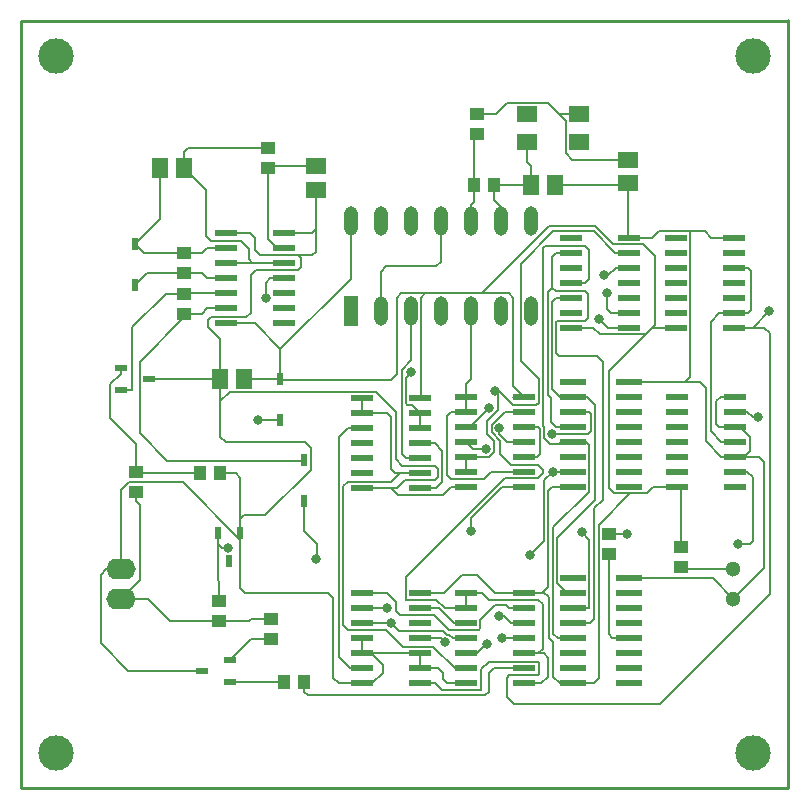
<source format=gtl>
G04*
G04 #@! TF.GenerationSoftware,Altium Limited,Altium Designer,18.0.11 (651)*
G04*
G04 Layer_Physical_Order=1*
G04 Layer_Color=255*
%FSLAX42Y42*%
%MOMM*%
G71*
G01*
G75*
%ADD10R,1.98X0.56*%
%ADD11R,1.00X0.60*%
%ADD12R,0.60X1.11*%
%ADD13R,1.19X1.02*%
%ADD14R,0.60X1.00*%
%ADD15R,1.70X1.35*%
%ADD16R,1.80X1.40*%
%ADD17R,1.02X1.19*%
%ADD18R,1.35X1.70*%
%ADD19R,2.18X0.56*%
%ADD20C,0.20*%
%ADD21C,0.25*%
%ADD22R,1.20X2.50*%
%ADD23O,1.20X2.50*%
%ADD24C,1.30*%
%ADD25O,2.50X1.75*%
%ADD26C,0.80*%
%ADD27C,3.00*%
D10*
X5545Y3899D02*
D03*
Y4026D02*
D03*
Y4153D02*
D03*
Y4280D02*
D03*
Y4407D02*
D03*
Y4534D02*
D03*
Y4661D02*
D03*
X6038D02*
D03*
Y4534D02*
D03*
Y4407D02*
D03*
Y4280D02*
D03*
Y4153D02*
D03*
Y4026D02*
D03*
Y3899D02*
D03*
X2891Y3302D02*
D03*
Y3175D02*
D03*
Y3048D02*
D03*
Y2921D02*
D03*
Y2794D02*
D03*
Y2667D02*
D03*
Y2540D02*
D03*
X3383D02*
D03*
Y2667D02*
D03*
Y2794D02*
D03*
Y2921D02*
D03*
Y3048D02*
D03*
Y3175D02*
D03*
Y3302D02*
D03*
X5149Y3899D02*
D03*
Y4026D02*
D03*
Y4153D02*
D03*
Y4280D02*
D03*
Y4407D02*
D03*
Y4534D02*
D03*
Y4661D02*
D03*
X4656D02*
D03*
Y4534D02*
D03*
Y4407D02*
D03*
Y4280D02*
D03*
Y4153D02*
D03*
Y4026D02*
D03*
Y3899D02*
D03*
X5558Y2553D02*
D03*
Y2680D02*
D03*
Y2807D02*
D03*
Y2934D02*
D03*
Y3061D02*
D03*
Y3188D02*
D03*
Y3315D02*
D03*
X6050D02*
D03*
Y3188D02*
D03*
Y3061D02*
D03*
Y2934D02*
D03*
Y2807D02*
D03*
Y2680D02*
D03*
Y2553D02*
D03*
X3383Y1651D02*
D03*
Y1524D02*
D03*
Y1397D02*
D03*
Y1270D02*
D03*
Y1143D02*
D03*
Y1016D02*
D03*
Y889D02*
D03*
X2891D02*
D03*
Y1016D02*
D03*
Y1143D02*
D03*
Y1270D02*
D03*
Y1397D02*
D03*
Y1524D02*
D03*
Y1651D02*
D03*
X4260D02*
D03*
Y1524D02*
D03*
Y1397D02*
D03*
Y1270D02*
D03*
Y1143D02*
D03*
Y1016D02*
D03*
Y889D02*
D03*
X3767D02*
D03*
Y1016D02*
D03*
Y1143D02*
D03*
Y1270D02*
D03*
Y1397D02*
D03*
Y1524D02*
D03*
Y1651D02*
D03*
X4260Y3315D02*
D03*
Y3188D02*
D03*
Y3061D02*
D03*
Y2934D02*
D03*
Y2807D02*
D03*
Y2680D02*
D03*
Y2553D02*
D03*
X3767D02*
D03*
Y2680D02*
D03*
Y2807D02*
D03*
Y2934D02*
D03*
Y3061D02*
D03*
Y3188D02*
D03*
Y3315D02*
D03*
X2228Y3937D02*
D03*
Y4064D02*
D03*
Y4191D02*
D03*
Y4318D02*
D03*
Y4445D02*
D03*
Y4572D02*
D03*
Y4699D02*
D03*
X1735D02*
D03*
Y4572D02*
D03*
Y4445D02*
D03*
Y4318D02*
D03*
Y4191D02*
D03*
Y4064D02*
D03*
Y3937D02*
D03*
D11*
X1085Y3467D02*
D03*
X845Y3372D02*
D03*
Y3562D02*
D03*
X1771Y896D02*
D03*
Y1086D02*
D03*
X1531Y991D02*
D03*
D12*
X2400Y2431D02*
D03*
Y2776D02*
D03*
X965Y4605D02*
D03*
Y4260D02*
D03*
X2197Y3117D02*
D03*
Y3462D02*
D03*
D13*
X1676Y1584D02*
D03*
Y1414D02*
D03*
X2121Y1265D02*
D03*
Y1435D02*
D03*
X3861Y5541D02*
D03*
Y5711D02*
D03*
X1384Y4530D02*
D03*
Y4360D02*
D03*
Y4187D02*
D03*
Y4017D02*
D03*
X978Y2676D02*
D03*
Y2506D02*
D03*
X4978Y2155D02*
D03*
Y1985D02*
D03*
X5588Y1871D02*
D03*
Y2041D02*
D03*
X2095Y5253D02*
D03*
Y5423D02*
D03*
D14*
X1765Y1925D02*
D03*
X1670Y2165D02*
D03*
X1860D02*
D03*
D15*
X2502Y5069D02*
D03*
Y5269D02*
D03*
X5144Y5121D02*
D03*
Y5321D02*
D03*
D16*
X4289Y5707D02*
D03*
X4728D02*
D03*
Y5469D02*
D03*
X4289D02*
D03*
D17*
X3839Y5105D02*
D03*
X4009D02*
D03*
X2226Y902D02*
D03*
X2396D02*
D03*
X1515Y2667D02*
D03*
X1685D02*
D03*
D18*
X1891Y3467D02*
D03*
X1691D02*
D03*
X4320Y5105D02*
D03*
X4520D02*
D03*
X1383Y5251D02*
D03*
X1183D02*
D03*
D19*
X5151Y2553D02*
D03*
Y2680D02*
D03*
Y2807D02*
D03*
Y2934D02*
D03*
Y3061D02*
D03*
Y3188D02*
D03*
Y3315D02*
D03*
Y3442D02*
D03*
X4679D02*
D03*
Y3315D02*
D03*
Y3188D02*
D03*
Y3061D02*
D03*
Y2934D02*
D03*
Y2807D02*
D03*
Y2680D02*
D03*
Y2553D02*
D03*
X5151Y889D02*
D03*
Y1016D02*
D03*
Y1143D02*
D03*
Y1270D02*
D03*
Y1397D02*
D03*
Y1524D02*
D03*
Y1651D02*
D03*
Y1778D02*
D03*
X4679D02*
D03*
Y1651D02*
D03*
Y1524D02*
D03*
Y1397D02*
D03*
Y1270D02*
D03*
Y1143D02*
D03*
Y1016D02*
D03*
Y889D02*
D03*
D20*
X3810Y3467D02*
Y4039D01*
X3767Y3424D02*
X3810Y3467D01*
X3767Y3315D02*
Y3424D01*
Y3995D02*
X3810Y4039D01*
X4483Y2913D02*
X4559D01*
X4431Y2965D02*
X4483Y2913D01*
X4559D02*
X4579Y2934D01*
X4679D01*
X4431Y2965D02*
Y3057D01*
X4425Y3063D02*
X4431Y3057D01*
X4679Y2934D02*
X4788D01*
X4425Y3063D02*
Y4575D01*
X3951Y2996D02*
X4006Y2942D01*
Y2847D02*
Y2942D01*
X4060Y2828D02*
Y2944D01*
X3986Y3018D02*
X4060Y2944D01*
Y2828D02*
X4153Y2736D01*
X3767Y3061D02*
X3802D01*
X6293Y3899D02*
X6340Y3852D01*
Y1646D02*
Y3852D01*
X5410Y716D02*
X6340Y1646D01*
X6200Y3140D02*
X6240D01*
X6152Y3188D02*
X6200Y3140D01*
X5909Y3061D02*
X6050D01*
X5890Y3080D02*
X5909Y3061D01*
X5890Y3080D02*
Y3280D01*
X5925Y3315D01*
X6050D01*
X1373Y2591D02*
X1860Y2103D01*
X6050Y3188D02*
X6152D01*
X5840Y3950D02*
X5916Y4026D01*
X5840Y3022D02*
Y3950D01*
Y3022D02*
X5928Y2934D01*
X5800Y2938D02*
Y3392D01*
X5750Y3442D02*
X5800Y3392D01*
Y2938D02*
X5931Y2807D01*
X5588Y2041D02*
Y2553D01*
X2197Y3459D02*
X3137D01*
X3388Y3302D02*
Y4153D01*
X1891Y3467D02*
X1896Y3462D01*
X4978Y2155D02*
X5125D01*
X5130Y2150D01*
X4940Y4343D02*
X4976D01*
X5039Y4407D01*
X4013Y3365D02*
X4039Y3340D01*
Y3200D02*
Y3340D01*
X4046Y3365D02*
X4171Y3241D01*
X4013Y3365D02*
X4046D01*
X4396Y2827D02*
Y3042D01*
X4375Y2807D02*
X4396Y2827D01*
X4829Y3026D02*
Y3169D01*
X4801Y2997D02*
X4829Y3026D01*
X5347Y3899D02*
X5368Y3920D01*
X5372D01*
X5271Y4608D02*
X5372Y4506D01*
Y3920D02*
Y4506D01*
X4978Y3531D02*
X5293Y3846D01*
X4978Y2540D02*
Y3531D01*
X5347Y3899D02*
X5545D01*
X4089Y1460D02*
X4153Y1397D01*
X4051Y1460D02*
X4089D01*
X3891Y1359D02*
Y1427D01*
X3876Y1344D02*
X3891Y1359D01*
X3808Y1344D02*
X3876D01*
X3807Y1344D02*
X3808Y1344D01*
X3622Y1344D02*
X3807D01*
X3673Y1016D02*
X3767D01*
X3236Y1199D02*
X3490D01*
X3673Y1016D01*
X3505Y2731D02*
X3531Y2705D01*
Y2639D02*
Y2705D01*
X3505Y2614D02*
X3531Y2639D01*
X3569Y2591D02*
Y2858D01*
X3518Y2540D02*
X3569Y2591D01*
X3383Y2540D02*
X3518D01*
X5144Y4666D02*
X5149Y4661D01*
X4778Y4206D02*
X4801Y4183D01*
Y3980D02*
Y4183D01*
X4778Y3957D02*
X4801Y3980D01*
X5605Y1854D02*
X6033D01*
X5588Y1871D02*
X5605Y1854D01*
X4115Y935D02*
X4138Y958D01*
X4115Y776D02*
Y935D01*
Y776D02*
X4174Y716D01*
X4171Y3241D02*
X4361D01*
X1388Y4191D02*
X1735D01*
X1384Y4187D02*
X1388Y4191D01*
X1588Y3965D02*
X1613Y3990D01*
X1588Y3907D02*
Y3965D01*
Y3907D02*
X1691Y3803D01*
X4883Y3658D02*
X4928Y3613D01*
X4558Y3658D02*
X4883D01*
X4532Y3684D02*
X4558Y3658D01*
X917Y2591D02*
X1373D01*
X1860Y2103D02*
Y2165D01*
X1670Y2070D02*
Y2165D01*
X4557Y5707D02*
X4613Y5651D01*
Y5375D02*
Y5651D01*
X4377Y3061D02*
X4396Y3042D01*
X4496Y2997D02*
X4801D01*
X3768Y2805D02*
X3964D01*
X4006Y2847D01*
X3767Y2807D02*
X3768Y2805D01*
X3830Y2870D02*
X3937D01*
X3767Y2934D02*
X3830Y2870D01*
X3951Y2996D02*
Y3113D01*
X3986Y3018D02*
Y3075D01*
X3951Y3113D02*
X4039Y3200D01*
X3802Y3061D02*
X3962Y3221D01*
X3986Y3075D02*
X4099Y3188D01*
X4260D01*
X4051Y3002D02*
Y3048D01*
Y3002D02*
X4120Y2934D01*
X4260D01*
X6071Y2070D02*
X6177D01*
X6198Y2090D01*
X2350Y4511D02*
X2375Y4486D01*
Y4412D02*
Y4486D01*
X2350Y4387D02*
X2375Y4412D01*
X4811Y3188D02*
X4829Y3169D01*
X4679Y3315D02*
X4798D01*
X4566D02*
X4679D01*
X4798D02*
X4864Y3249D01*
Y2438D02*
Y3249D01*
X4544Y2119D02*
X4864Y2438D01*
X3505Y2921D02*
X3569Y2858D01*
X4420Y2665D02*
Y2697D01*
X4381Y2626D02*
X4420Y2665D01*
X4381Y2736D02*
X4420Y2697D01*
X4432Y2606D02*
X4506Y2680D01*
X4432Y2090D02*
Y2606D01*
X4315Y1974D02*
X4432Y2090D01*
X4544Y1736D02*
X4629Y1651D01*
X4544Y1736D02*
Y2119D01*
X4381Y1598D02*
X4420Y1560D01*
Y1181D02*
Y1560D01*
X4381Y1143D02*
X4420Y1181D01*
X4978Y2540D02*
X5019Y2499D01*
X4462Y4198D02*
X4502Y4238D01*
X4462Y3330D02*
Y4198D01*
X4778Y4590D02*
X4813Y4554D01*
Y4315D02*
Y4554D01*
X4778Y4280D02*
X4813Y4315D01*
X4171Y3404D02*
X4260Y3315D01*
X4171Y3404D02*
Y4153D01*
X3223Y4191D02*
X3423D01*
X3607Y3150D02*
X3645Y3188D01*
X3607Y2654D02*
Y3150D01*
Y2654D02*
X3645Y2616D01*
X3950Y1219D02*
Y1226D01*
X4077Y1270D02*
X4260D01*
X3867Y1143D02*
X3950Y1226D01*
X3309Y3249D02*
X3383Y3175D01*
X3274Y3249D02*
X3309D01*
X3259Y3264D02*
X3274Y3249D01*
X3259Y3264D02*
Y3475D01*
X1691Y2978D02*
Y3277D01*
X1769Y3355D01*
X3010D01*
X987Y2667D02*
X1515D01*
X978Y2676D02*
X987Y2667D01*
X851Y1854D02*
Y2525D01*
X917Y2591D01*
X1777Y902D02*
X2226D01*
X1771Y896D02*
X1777Y902D01*
X1676Y1414D02*
X1930D01*
X1952Y1435D01*
X2121D01*
X4110Y1549D02*
X4135Y1524D01*
X4013Y1549D02*
X4110D01*
X3891Y1427D02*
X4013Y1549D01*
X2502Y1943D02*
X2510Y1951D01*
Y2065D01*
X4384Y965D02*
Y1069D01*
X4376Y958D02*
X4384Y965D01*
X4381Y1072D02*
X4384Y1069D01*
X3962Y1598D02*
X4381D01*
X2731Y1381D02*
Y2556D01*
X2696Y1107D02*
Y2976D01*
X2731Y2556D02*
X2769Y2593D01*
X2696Y2976D02*
X2769Y3048D01*
X2891Y1524D02*
X3099D01*
X2845D02*
X2891D01*
X2731Y1381D02*
X2769Y1344D01*
X3211Y1463D02*
X3503D01*
X3175Y1499D02*
X3211Y1463D01*
X3175Y1499D02*
Y1581D01*
X3105Y1651D02*
X3175Y1581D01*
X3628Y1299D02*
X3657Y1270D01*
X3610Y1299D02*
X3628D01*
X3576Y1334D02*
X3610Y1299D01*
X6160Y4407D02*
X6185Y4381D01*
Y4051D02*
Y4381D01*
X6160Y4026D02*
X6185Y4051D01*
X3839Y5519D02*
X3861Y5541D01*
X3839Y5105D02*
Y5519D01*
X2172Y4572D02*
X2228D01*
X2095Y4648D02*
X2172Y4572D01*
X2095Y4648D02*
Y5253D01*
X1383Y5251D02*
X1567Y5067D01*
X2095Y5253D02*
X2112Y5269D01*
X2502D01*
X5128Y5105D02*
X5144Y5121D01*
X4520Y5105D02*
X5128D01*
X5669Y4714D02*
X5791D01*
X5400D02*
X5669D01*
X5625Y3442D02*
X5750D01*
X5151D02*
X5625D01*
X6050Y3061D02*
X6092D01*
X6126Y2807D02*
X6248D01*
X6050D02*
X6126D01*
X2891Y1143D02*
X2964D01*
X2502Y4543D02*
Y4731D01*
X2350Y4511D02*
X2470D01*
X1691Y3277D02*
Y3467D01*
X3137Y2540D02*
X3183D01*
X1860Y2280D02*
Y2629D01*
Y1692D02*
Y2103D01*
X4557Y5707D02*
X4615D01*
X1962Y4445D02*
X2228D01*
X1735D02*
X1962D01*
X1414Y5423D02*
X2095D01*
X6198Y3899D02*
X6293D01*
X6038D02*
X6198D01*
X1240Y2774D02*
X2400D01*
X4381Y1143D02*
X4427D01*
X3211Y2667D02*
X3383D01*
X3169D02*
X3211D01*
X2007Y3119D02*
X2197D01*
X1670Y1924D02*
Y2070D01*
X5354Y2553D02*
X5558D01*
X5161Y2499D02*
X5301D01*
X5019D02*
X5161D01*
X4425Y1665D02*
X4468Y1708D01*
X4411Y1651D02*
X4425Y1665D01*
X3903Y4191D02*
X4133D01*
X3423D02*
X3903D01*
X5625Y3442D02*
X5669Y3486D01*
Y4714D01*
X5149Y4661D02*
X5347D01*
X5845D02*
X6038D01*
X5791Y4714D02*
X5845Y4661D01*
X5347D02*
X5400Y4714D01*
X6033Y1604D02*
X6289Y1861D01*
Y2766D01*
X6248Y2807D02*
X6289Y2766D01*
X1691Y2978D02*
X1740Y2929D01*
X2410D01*
X2456Y2883D01*
Y2697D02*
Y2883D01*
X2070Y2311D02*
X2456Y2697D01*
X1892Y2311D02*
X2070D01*
X1860Y2280D02*
X1892Y2311D01*
X1860Y2165D02*
Y2280D01*
X4615Y5707D02*
X4728D01*
X4613Y5375D02*
X4666Y5321D01*
X5144D01*
X1383Y5391D02*
X1414Y5423D01*
X1383Y5251D02*
Y5391D01*
X1567Y4676D02*
Y5067D01*
Y4676D02*
X1613Y4630D01*
X1862D01*
X1930Y4562D01*
Y4477D02*
Y4562D01*
Y4477D02*
X1962Y4445D01*
X1040Y4530D02*
X1384D01*
X965Y4605D02*
X1040Y4530D01*
X3645Y3188D02*
X3767D01*
X3645Y2616D02*
X3922D01*
X3985Y2680D01*
X4260D01*
X4361Y3241D02*
X4384Y3264D01*
Y3462D01*
X4232Y3614D02*
X4384Y3462D01*
X4232Y3614D02*
Y4440D01*
X4506Y4714D01*
X4851D01*
X5032Y4534D01*
X5149D01*
X3767Y1143D02*
X3867D01*
X3815Y2179D02*
Y2291D01*
X4077Y2553D01*
X4260D01*
X3383Y889D02*
X3509D01*
X3564Y834D01*
X3899D01*
X3901Y837D01*
Y1011D01*
X3962Y1072D01*
X4381D01*
X4138Y958D02*
X4376D01*
X4174Y716D02*
X5410D01*
X4534Y4534D02*
X4656D01*
X4502Y4502D02*
X4534Y4534D01*
X4502Y4238D02*
Y4502D01*
Y4238D02*
X4534Y4206D01*
X4778D01*
X4539Y3957D02*
X4778D01*
X4532Y3950D02*
X4539Y3957D01*
X4532Y3684D02*
Y3950D01*
X4928Y2441D02*
Y3613D01*
X4856Y2370D02*
X4928Y2441D01*
X4856Y1434D02*
Y2370D01*
X4820Y1397D02*
X4856Y1434D01*
X4679Y1397D02*
X4820D01*
X1065Y4360D02*
X1384D01*
X965Y4260D02*
X1065Y4360D01*
X6050Y2680D02*
X6153D01*
X6198Y2635D01*
Y2090D02*
Y2635D01*
X4153Y1397D02*
X4260D01*
X2891D02*
X3137D01*
X4506Y2680D02*
X4679D01*
X3767Y1651D02*
X3909D01*
X3962Y1598D01*
X4260Y1143D02*
X4381D01*
X3137Y2593D02*
X3211Y2667D01*
X2769Y2593D02*
X3137D01*
X2769Y1344D02*
X3091D01*
X3236Y1199D01*
X2396Y819D02*
Y902D01*
Y819D02*
X2428Y787D01*
X3933D01*
X3965Y819D01*
Y978D01*
X4003Y1016D01*
X4260D01*
X2891Y1651D02*
X3105D01*
X3503Y1463D02*
X3622Y1344D01*
X4135Y1524D02*
X4260D01*
X3383Y1270D02*
X3556D01*
X3592Y1234D01*
X2400Y2174D02*
Y2431D01*
Y2174D02*
X2510Y2065D01*
X1670Y1924D02*
X1676Y1584D01*
X2197Y3462D02*
Y3719D01*
X1981Y3937D02*
X2197Y3719D01*
X1735Y3937D02*
X1981D01*
X4566Y889D02*
X4679D01*
X4509Y945D02*
X4566Y889D01*
X4509Y945D02*
Y1239D01*
X4474Y1274D02*
X4509Y1239D01*
X4474Y1274D02*
Y1615D01*
X4425Y1665D02*
X4474Y1615D01*
X3383Y1651D02*
X3584D01*
X3736Y1803D01*
X3861D01*
X4013Y1651D01*
X4260D01*
X5558Y2553D02*
X5588D01*
X3383Y3302D02*
X3388D01*
X3903Y4191D02*
X4469Y4757D01*
X4862D01*
X5011Y4608D01*
X5271D01*
X3388Y4153D02*
X3423Y4191D01*
X4133D02*
X4171Y4153D01*
Y3315D02*
X4260D01*
X3259Y3475D02*
X3307Y3523D01*
X2073Y4148D02*
Y4280D01*
X2111Y4318D01*
X2228D01*
X3383Y2921D02*
X3505D01*
X3010Y3355D02*
X3178Y3188D01*
Y2785D02*
Y3188D01*
Y2785D02*
X3232Y2731D01*
X3505D01*
X3256Y2614D02*
X3505D01*
X3183Y2540D02*
X3256Y2614D01*
X3642Y2553D02*
X3767D01*
X3576Y2487D02*
X3642Y2553D01*
X3190Y2487D02*
X3576D01*
X3137Y2540D02*
X3190Y2487D01*
X2891Y2540D02*
X3137D01*
X4656Y4280D02*
X4778D01*
X4440Y4590D02*
X4778D01*
X4425Y4575D02*
X4440Y4590D01*
X2794Y4315D02*
Y4801D01*
X2197Y3719D02*
X2794Y4315D01*
X2197Y3117D02*
Y3119D01*
X1708Y2032D02*
X1755D01*
X1670Y2070D02*
X1708Y2032D01*
X3137Y1397D02*
X3200Y1334D01*
X3576D01*
X3657Y1270D02*
X3767D01*
X2769Y3048D02*
X2891D01*
X2696Y1107D02*
X2788Y1016D01*
X2891D01*
X2400Y2774D02*
Y2776D01*
X1008Y3005D02*
X1240Y2774D01*
X1008Y3005D02*
Y3612D01*
X1384Y3988D01*
Y4017D01*
X1981Y4555D02*
Y4661D01*
Y4555D02*
X2026Y4511D01*
X2350D01*
X1989Y4387D02*
X2350D01*
X1946Y4343D02*
X1989Y4387D01*
X1946Y4026D02*
Y4343D01*
X1910Y3990D02*
X1946Y4026D01*
X1613Y3990D02*
X1910D01*
X1691Y3467D02*
Y3803D01*
X3264Y2794D02*
X3383D01*
X3224Y2834D02*
X3264Y2794D01*
X3224Y2834D02*
Y3544D01*
X3302Y3622D01*
Y4039D01*
X1896Y3462D02*
X2197D01*
X6198Y3899D02*
X6337Y4039D01*
X5039Y4407D02*
X5149D01*
X1735Y4699D02*
X1943D01*
X1981Y4661D01*
X2470Y4511D02*
X2502Y4543D01*
X4153Y2736D02*
X4381D01*
X4100Y2626D02*
X4381D01*
X3259Y1786D02*
X4100Y2626D01*
X3259Y1600D02*
Y1786D01*
Y1600D02*
X3261Y1598D01*
X3515D01*
X3589Y1524D01*
X3767D01*
X4971Y3899D02*
X5149D01*
X4897Y3973D02*
X4971Y3899D01*
X4679Y1524D02*
X4811D01*
X4813Y1527D01*
Y2106D01*
X4752Y2167D02*
X4813Y2106D01*
X4995Y4026D02*
X5149D01*
X4963Y4058D02*
X4995Y4026D01*
X4963Y4058D02*
Y4191D01*
X4679Y3188D02*
X4811D01*
X4530Y3061D02*
X4679D01*
X4486Y3105D02*
X4530Y3061D01*
X4486Y3105D02*
Y3306D01*
X4462Y3330D02*
X4486Y3306D01*
X4260Y2807D02*
X4375D01*
X4260Y3061D02*
X4377D01*
X3613Y889D02*
X3767D01*
X3574Y928D02*
X3613Y889D01*
X3574Y928D02*
Y978D01*
X3536Y1016D02*
X3574Y978D01*
X3383Y1016D02*
X3536D01*
X5301Y2499D02*
X5354Y2553D01*
X3665Y1397D02*
X3767D01*
X3538Y1524D02*
X3665Y1397D01*
X3383Y1524D02*
X3538D01*
X4260Y1651D02*
X4411D01*
X4468Y1708D02*
Y2518D01*
X4502Y2553D01*
X4679D01*
X4549Y1270D02*
X4679D01*
X4509Y1309D02*
X4549Y1270D01*
X4509Y1309D02*
Y2208D01*
X4813Y2512D01*
Y2909D01*
X4788Y2934D02*
X4813Y2909D01*
X4892Y2230D02*
X5161Y2499D01*
X4892Y930D02*
Y2230D01*
X4851Y889D02*
X4892Y930D01*
X4679Y889D02*
X4851D01*
X2692D02*
X2891D01*
X2644Y937D02*
X2692Y889D01*
X2644Y937D02*
Y1613D01*
X2603Y1654D02*
X2644Y1613D01*
X1899Y1654D02*
X2603D01*
X1860Y1692D02*
X1899Y1654D01*
X5928Y2934D02*
X6050D01*
X5916Y4026D02*
X6038D01*
X5931Y2807D02*
X6050D01*
X912Y991D02*
X1531D01*
X676Y1227D02*
X912Y991D01*
X676Y1227D02*
Y1806D01*
X724Y1854D01*
X851D01*
X4497Y3384D02*
X4566Y3315D01*
X4497Y3384D02*
Y4121D01*
X4529Y4153D01*
X4656D01*
Y3899D02*
X4849D01*
X4902Y3846D01*
X5293D01*
X5347Y3899D01*
X3137Y2699D02*
X3169Y2667D01*
X3137Y2699D02*
Y3143D01*
X3105Y3175D02*
X3137Y3143D01*
X2891Y3175D02*
X3105D01*
X2502Y4731D02*
Y5069D01*
X2470Y4699D02*
X2502Y4731D01*
X2228Y4699D02*
X2470D01*
X3556Y4458D02*
Y4801D01*
X3518Y4420D02*
X3556Y4458D01*
X3092Y4420D02*
X3518D01*
X3048Y4375D02*
X3092Y4420D01*
X3048Y4039D02*
Y4375D01*
X845Y3372D02*
X942D01*
X945Y3375D01*
Y3903D01*
X1229Y4187D01*
X1384D01*
X1950Y1265D02*
X2121D01*
X1771Y1086D02*
X1950Y1265D01*
X1685Y2667D02*
X1822D01*
X1860Y2629D01*
X1183Y4823D02*
Y5251D01*
X965Y4605D02*
X1183Y4823D01*
X965Y4605D02*
Y4605D01*
X978Y2430D02*
Y2506D01*
Y2430D02*
X1013Y2395D01*
Y1763D02*
Y2395D01*
X851Y1600D02*
X1013Y1763D01*
X5010Y1270D02*
X5151D01*
X4978Y1302D02*
X5010Y1270D01*
X4978Y1302D02*
Y1985D01*
X851Y1600D02*
X1076D01*
X1262Y1414D01*
X1676D01*
X5151Y1778D02*
X5859D01*
X6033Y1604D01*
X2197Y3459D02*
Y3462D01*
X3137Y3459D02*
X3185Y3508D01*
Y4153D01*
X3223Y4191D01*
X6038Y4407D02*
X6160D01*
X6038Y4026D02*
X6160D01*
X6092Y3061D02*
X6175Y2978D01*
Y2855D02*
Y2978D01*
X6126Y2807D02*
X6175Y2855D01*
X4427Y1143D02*
X4465Y1105D01*
Y946D02*
Y1105D01*
X4408Y889D02*
X4465Y946D01*
X4260Y889D02*
X4408D01*
X2964Y1143D02*
X3066Y1041D01*
Y978D02*
Y1041D01*
X2977Y889D02*
X3066Y978D01*
X2891Y889D02*
X2977D01*
X3383Y1016D02*
Y1143D01*
X2964D02*
X3383D01*
X2891D02*
Y1270D01*
X5144Y4666D02*
Y5121D01*
X1085Y3467D02*
X1691D01*
X4289Y5301D02*
Y5469D01*
Y5301D02*
X4320Y5271D01*
Y5105D02*
Y5271D01*
X4009Y4980D02*
Y5105D01*
Y4980D02*
X4064Y4925D01*
Y4801D02*
Y4925D01*
X4009Y5105D02*
X4320D01*
X3861Y5711D02*
X4027D01*
X4120Y5804D01*
X4460D01*
X4557Y5707D01*
X1579Y4572D02*
X1735D01*
X1537Y4530D02*
X1579Y4572D01*
X1384Y4530D02*
X1537D01*
X3767Y3188D02*
Y3315D01*
X3839Y4967D02*
Y5105D01*
X3810Y4938D02*
X3839Y4967D01*
X3810Y4801D02*
Y4938D01*
X3767Y2680D02*
Y2807D01*
X3383Y3048D02*
Y3175D01*
X1579Y4318D02*
X1735D01*
X1537Y4360D02*
X1579Y4318D01*
X1384Y4360D02*
X1537D01*
X1581Y4064D02*
X1735D01*
X1534Y4017D02*
X1581Y4064D01*
X1384Y4017D02*
X1534D01*
X3767Y1524D02*
Y1651D01*
X2891Y3175D02*
Y3302D01*
X845Y3510D02*
Y3562D01*
X759Y3424D02*
X845Y3510D01*
X759Y3132D02*
Y3424D01*
Y3132D02*
X978Y2913D01*
Y2676D02*
Y2913D01*
D21*
X0Y6500D02*
X6500D01*
X0Y0D02*
Y6500D01*
Y0D02*
X6500D01*
Y6502D01*
D22*
X2794Y4039D02*
D03*
D23*
X3048D02*
D03*
X3302D02*
D03*
X3556D02*
D03*
X3810D02*
D03*
X4064D02*
D03*
X4318D02*
D03*
X2794Y4801D02*
D03*
X3048D02*
D03*
X3302D02*
D03*
X3556D02*
D03*
X3810D02*
D03*
X4064D02*
D03*
X4318D02*
D03*
D24*
X6033Y1854D02*
D03*
Y1604D02*
D03*
D25*
X851Y1854D02*
D03*
Y1600D02*
D03*
D26*
X6240Y3140D02*
D03*
X5130Y2150D02*
D03*
X4940Y4343D02*
D03*
X4013Y3365D02*
D03*
X4051Y1460D02*
D03*
X4496Y2997D02*
D03*
X3937Y2870D02*
D03*
X3962Y3221D02*
D03*
X4051Y3048D02*
D03*
X6071Y2070D02*
D03*
X3950Y1219D02*
D03*
X4077Y1270D02*
D03*
X2502Y1943D02*
D03*
X3099Y1524D02*
D03*
X3815Y2179D02*
D03*
X3137Y1397D02*
D03*
X4315Y1974D02*
D03*
X4506Y2680D02*
D03*
X3592Y1234D02*
D03*
X3307Y3523D02*
D03*
X2073Y4148D02*
D03*
X2007Y3119D02*
D03*
X1755Y2032D02*
D03*
X6337Y4039D02*
D03*
X4897Y3973D02*
D03*
X4752Y2167D02*
D03*
X4963Y4191D02*
D03*
D27*
X6200Y6200D02*
D03*
Y300D02*
D03*
X300Y6200D02*
D03*
Y300D02*
D03*
M02*

</source>
